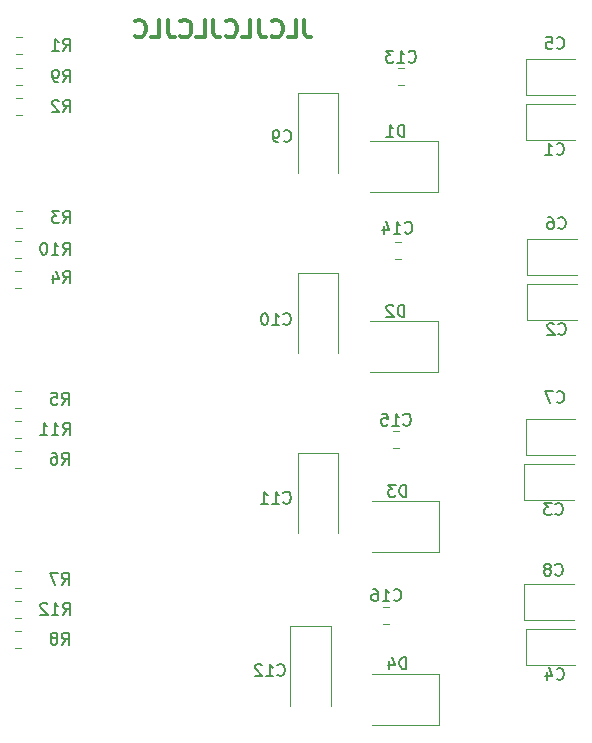
<source format=gbr>
%TF.GenerationSoftware,KiCad,Pcbnew,5.0.0*%
%TF.CreationDate,2018-09-24T19:40:09+02:00*%
%TF.ProjectId,TestDriverV1,5465737444726976657256312E6B6963,Rev 1*%
%TF.SameCoordinates,Original*%
%TF.FileFunction,Legend,Bot*%
%TF.FilePolarity,Positive*%
%FSLAX46Y46*%
G04 Gerber Fmt 4.6, Leading zero omitted, Abs format (unit mm)*
G04 Created by KiCad (PCBNEW 5.0.0) date Mon Sep 24 19:40:09 2018*
%MOMM*%
%LPD*%
G01*
G04 APERTURE LIST*
%ADD10C,0.300000*%
%ADD11C,0.120000*%
%ADD12C,0.150000*%
G04 APERTURE END LIST*
D10*
X93479071Y-101858071D02*
X93479071Y-102929500D01*
X93550500Y-103143785D01*
X93693357Y-103286642D01*
X93907642Y-103358071D01*
X94050500Y-103358071D01*
X92050500Y-103358071D02*
X92764785Y-103358071D01*
X92764785Y-101858071D01*
X90693357Y-103215214D02*
X90764785Y-103286642D01*
X90979071Y-103358071D01*
X91121928Y-103358071D01*
X91336214Y-103286642D01*
X91479071Y-103143785D01*
X91550500Y-103000928D01*
X91621928Y-102715214D01*
X91621928Y-102500928D01*
X91550500Y-102215214D01*
X91479071Y-102072357D01*
X91336214Y-101929500D01*
X91121928Y-101858071D01*
X90979071Y-101858071D01*
X90764785Y-101929500D01*
X90693357Y-102000928D01*
X89621928Y-101858071D02*
X89621928Y-102929500D01*
X89693357Y-103143785D01*
X89836214Y-103286642D01*
X90050500Y-103358071D01*
X90193357Y-103358071D01*
X88193357Y-103358071D02*
X88907642Y-103358071D01*
X88907642Y-101858071D01*
X86836214Y-103215214D02*
X86907642Y-103286642D01*
X87121928Y-103358071D01*
X87264785Y-103358071D01*
X87479071Y-103286642D01*
X87621928Y-103143785D01*
X87693357Y-103000928D01*
X87764785Y-102715214D01*
X87764785Y-102500928D01*
X87693357Y-102215214D01*
X87621928Y-102072357D01*
X87479071Y-101929500D01*
X87264785Y-101858071D01*
X87121928Y-101858071D01*
X86907642Y-101929500D01*
X86836214Y-102000928D01*
X85764785Y-101858071D02*
X85764785Y-102929500D01*
X85836214Y-103143785D01*
X85979071Y-103286642D01*
X86193357Y-103358071D01*
X86336214Y-103358071D01*
X84336214Y-103358071D02*
X85050500Y-103358071D01*
X85050500Y-101858071D01*
X82979071Y-103215214D02*
X83050500Y-103286642D01*
X83264785Y-103358071D01*
X83407642Y-103358071D01*
X83621928Y-103286642D01*
X83764785Y-103143785D01*
X83836214Y-103000928D01*
X83907642Y-102715214D01*
X83907642Y-102500928D01*
X83836214Y-102215214D01*
X83764785Y-102072357D01*
X83621928Y-101929500D01*
X83407642Y-101858071D01*
X83264785Y-101858071D01*
X83050500Y-101929500D01*
X82979071Y-102000928D01*
X81907642Y-101858071D02*
X81907642Y-102929500D01*
X81979071Y-103143785D01*
X82121928Y-103286642D01*
X82336214Y-103358071D01*
X82479071Y-103358071D01*
X80479071Y-103358071D02*
X81193357Y-103358071D01*
X81193357Y-101858071D01*
X79121928Y-103215214D02*
X79193357Y-103286642D01*
X79407642Y-103358071D01*
X79550500Y-103358071D01*
X79764785Y-103286642D01*
X79907642Y-103143785D01*
X79979071Y-103000928D01*
X80050500Y-102715214D01*
X80050500Y-102500928D01*
X79979071Y-102215214D01*
X79907642Y-102072357D01*
X79764785Y-101929500D01*
X79550500Y-101858071D01*
X79407642Y-101858071D01*
X79193357Y-101929500D01*
X79121928Y-102000928D01*
D11*
X112208000Y-108980000D02*
X116418000Y-108980000D01*
X112208000Y-112000000D02*
X112208000Y-108980000D01*
X116418000Y-112000000D02*
X112208000Y-112000000D01*
X112362000Y-124220000D02*
X116572000Y-124220000D01*
X112362000Y-127240000D02*
X112362000Y-124220000D01*
X116572000Y-127240000D02*
X112362000Y-127240000D01*
X112108000Y-139460000D02*
X116318000Y-139460000D01*
X112108000Y-142480000D02*
X112108000Y-139460000D01*
X116318000Y-142480000D02*
X112108000Y-142480000D01*
X112208000Y-153430000D02*
X116418000Y-153430000D01*
X112208000Y-156450000D02*
X112208000Y-153430000D01*
X116418000Y-156450000D02*
X112208000Y-156450000D01*
X116418000Y-108190000D02*
X112208000Y-108190000D01*
X112208000Y-108190000D02*
X112208000Y-105170000D01*
X112208000Y-105170000D02*
X116418000Y-105170000D01*
X116572000Y-123430000D02*
X112362000Y-123430000D01*
X112362000Y-123430000D02*
X112362000Y-120410000D01*
X112362000Y-120410000D02*
X116572000Y-120410000D01*
X116418000Y-138670000D02*
X112208000Y-138670000D01*
X112208000Y-138670000D02*
X112208000Y-135650000D01*
X112208000Y-135650000D02*
X116418000Y-135650000D01*
X116318000Y-152640000D02*
X112108000Y-152640000D01*
X112108000Y-152640000D02*
X112108000Y-149620000D01*
X112108000Y-149620000D02*
X116318000Y-149620000D01*
X92905000Y-114838000D02*
X92905000Y-108078000D01*
X92905000Y-108078000D02*
X96325000Y-108078000D01*
X96325000Y-108078000D02*
X96325000Y-114838000D01*
X96325000Y-123318000D02*
X96325000Y-130078000D01*
X92905000Y-123318000D02*
X96325000Y-123318000D01*
X92905000Y-130078000D02*
X92905000Y-123318000D01*
X96325000Y-138558000D02*
X96325000Y-145318000D01*
X92905000Y-138558000D02*
X96325000Y-138558000D01*
X92905000Y-145318000D02*
X92905000Y-138558000D01*
X92270000Y-159922000D02*
X92270000Y-153162000D01*
X92270000Y-153162000D02*
X95690000Y-153162000D01*
X95690000Y-153162000D02*
X95690000Y-159922000D01*
X101906578Y-107390000D02*
X101389422Y-107390000D01*
X101906578Y-105970000D02*
X101389422Y-105970000D01*
X101652578Y-122122000D02*
X101135422Y-122122000D01*
X101652578Y-120702000D02*
X101135422Y-120702000D01*
X101477578Y-136704000D02*
X100960422Y-136704000D01*
X101477578Y-138124000D02*
X100960422Y-138124000D01*
X100666578Y-151563000D02*
X100149422Y-151563000D01*
X100666578Y-152983000D02*
X100149422Y-152983000D01*
X104760000Y-112150000D02*
X99060000Y-112150000D01*
X104760000Y-116450000D02*
X99060000Y-116450000D01*
X104760000Y-112150000D02*
X104760000Y-116450000D01*
X104760000Y-127390000D02*
X99060000Y-127390000D01*
X104760000Y-131690000D02*
X99060000Y-131690000D01*
X104760000Y-127390000D02*
X104760000Y-131690000D01*
X104905000Y-142630000D02*
X104905000Y-146930000D01*
X104905000Y-146930000D02*
X99205000Y-146930000D01*
X104905000Y-142630000D02*
X99205000Y-142630000D01*
X104905000Y-157235000D02*
X104905000Y-161535000D01*
X104905000Y-161535000D02*
X99205000Y-161535000D01*
X104905000Y-157235000D02*
X99205000Y-157235000D01*
X69034922Y-103303000D02*
X69552078Y-103303000D01*
X69034922Y-104723000D02*
X69552078Y-104723000D01*
X69083422Y-109930000D02*
X69600578Y-109930000D01*
X69083422Y-108510000D02*
X69600578Y-108510000D01*
X69034922Y-119455000D02*
X69552078Y-119455000D01*
X69034922Y-118035000D02*
X69552078Y-118035000D01*
X68956422Y-123115000D02*
X69473578Y-123115000D01*
X68956422Y-124535000D02*
X69473578Y-124535000D01*
X68956422Y-133275000D02*
X69473578Y-133275000D01*
X68956422Y-134695000D02*
X69473578Y-134695000D01*
X68956422Y-138355000D02*
X69473578Y-138355000D01*
X68956422Y-139775000D02*
X69473578Y-139775000D01*
X68956422Y-148515000D02*
X69473578Y-148515000D01*
X68956422Y-149935000D02*
X69473578Y-149935000D01*
X68956422Y-155015000D02*
X69473578Y-155015000D01*
X68956422Y-153595000D02*
X69473578Y-153595000D01*
X69083422Y-105970000D02*
X69600578Y-105970000D01*
X69083422Y-107390000D02*
X69600578Y-107390000D01*
X68956422Y-121995000D02*
X69473578Y-121995000D01*
X68956422Y-120575000D02*
X69473578Y-120575000D01*
X69004922Y-137235000D02*
X69522078Y-137235000D01*
X69004922Y-135815000D02*
X69522078Y-135815000D01*
X68956422Y-152475000D02*
X69473578Y-152475000D01*
X68956422Y-151055000D02*
X69473578Y-151055000D01*
D12*
X114834666Y-113197142D02*
X114882285Y-113244761D01*
X115025142Y-113292380D01*
X115120380Y-113292380D01*
X115263238Y-113244761D01*
X115358476Y-113149523D01*
X115406095Y-113054285D01*
X115453714Y-112863809D01*
X115453714Y-112720952D01*
X115406095Y-112530476D01*
X115358476Y-112435238D01*
X115263238Y-112340000D01*
X115120380Y-112292380D01*
X115025142Y-112292380D01*
X114882285Y-112340000D01*
X114834666Y-112387619D01*
X113882285Y-113292380D02*
X114453714Y-113292380D01*
X114168000Y-113292380D02*
X114168000Y-112292380D01*
X114263238Y-112435238D01*
X114358476Y-112530476D01*
X114453714Y-112578095D01*
X114988666Y-128437142D02*
X115036285Y-128484761D01*
X115179142Y-128532380D01*
X115274380Y-128532380D01*
X115417238Y-128484761D01*
X115512476Y-128389523D01*
X115560095Y-128294285D01*
X115607714Y-128103809D01*
X115607714Y-127960952D01*
X115560095Y-127770476D01*
X115512476Y-127675238D01*
X115417238Y-127580000D01*
X115274380Y-127532380D01*
X115179142Y-127532380D01*
X115036285Y-127580000D01*
X114988666Y-127627619D01*
X114607714Y-127627619D02*
X114560095Y-127580000D01*
X114464857Y-127532380D01*
X114226761Y-127532380D01*
X114131523Y-127580000D01*
X114083904Y-127627619D01*
X114036285Y-127722857D01*
X114036285Y-127818095D01*
X114083904Y-127960952D01*
X114655333Y-128532380D01*
X114036285Y-128532380D01*
X114734666Y-143677142D02*
X114782285Y-143724761D01*
X114925142Y-143772380D01*
X115020380Y-143772380D01*
X115163238Y-143724761D01*
X115258476Y-143629523D01*
X115306095Y-143534285D01*
X115353714Y-143343809D01*
X115353714Y-143200952D01*
X115306095Y-143010476D01*
X115258476Y-142915238D01*
X115163238Y-142820000D01*
X115020380Y-142772380D01*
X114925142Y-142772380D01*
X114782285Y-142820000D01*
X114734666Y-142867619D01*
X114401333Y-142772380D02*
X113782285Y-142772380D01*
X114115619Y-143153333D01*
X113972761Y-143153333D01*
X113877523Y-143200952D01*
X113829904Y-143248571D01*
X113782285Y-143343809D01*
X113782285Y-143581904D01*
X113829904Y-143677142D01*
X113877523Y-143724761D01*
X113972761Y-143772380D01*
X114258476Y-143772380D01*
X114353714Y-143724761D01*
X114401333Y-143677142D01*
X114834666Y-157647142D02*
X114882285Y-157694761D01*
X115025142Y-157742380D01*
X115120380Y-157742380D01*
X115263238Y-157694761D01*
X115358476Y-157599523D01*
X115406095Y-157504285D01*
X115453714Y-157313809D01*
X115453714Y-157170952D01*
X115406095Y-156980476D01*
X115358476Y-156885238D01*
X115263238Y-156790000D01*
X115120380Y-156742380D01*
X115025142Y-156742380D01*
X114882285Y-156790000D01*
X114834666Y-156837619D01*
X113977523Y-157075714D02*
X113977523Y-157742380D01*
X114215619Y-156694761D02*
X114453714Y-157409047D01*
X113834666Y-157409047D01*
X114847666Y-104243142D02*
X114895285Y-104290761D01*
X115038142Y-104338380D01*
X115133380Y-104338380D01*
X115276238Y-104290761D01*
X115371476Y-104195523D01*
X115419095Y-104100285D01*
X115466714Y-103909809D01*
X115466714Y-103766952D01*
X115419095Y-103576476D01*
X115371476Y-103481238D01*
X115276238Y-103386000D01*
X115133380Y-103338380D01*
X115038142Y-103338380D01*
X114895285Y-103386000D01*
X114847666Y-103433619D01*
X113942904Y-103338380D02*
X114419095Y-103338380D01*
X114466714Y-103814571D01*
X114419095Y-103766952D01*
X114323857Y-103719333D01*
X114085761Y-103719333D01*
X113990523Y-103766952D01*
X113942904Y-103814571D01*
X113895285Y-103909809D01*
X113895285Y-104147904D01*
X113942904Y-104243142D01*
X113990523Y-104290761D01*
X114085761Y-104338380D01*
X114323857Y-104338380D01*
X114419095Y-104290761D01*
X114466714Y-104243142D01*
X114974666Y-119483142D02*
X115022285Y-119530761D01*
X115165142Y-119578380D01*
X115260380Y-119578380D01*
X115403238Y-119530761D01*
X115498476Y-119435523D01*
X115546095Y-119340285D01*
X115593714Y-119149809D01*
X115593714Y-119006952D01*
X115546095Y-118816476D01*
X115498476Y-118721238D01*
X115403238Y-118626000D01*
X115260380Y-118578380D01*
X115165142Y-118578380D01*
X115022285Y-118626000D01*
X114974666Y-118673619D01*
X114117523Y-118578380D02*
X114308000Y-118578380D01*
X114403238Y-118626000D01*
X114450857Y-118673619D01*
X114546095Y-118816476D01*
X114593714Y-119006952D01*
X114593714Y-119387904D01*
X114546095Y-119483142D01*
X114498476Y-119530761D01*
X114403238Y-119578380D01*
X114212761Y-119578380D01*
X114117523Y-119530761D01*
X114069904Y-119483142D01*
X114022285Y-119387904D01*
X114022285Y-119149809D01*
X114069904Y-119054571D01*
X114117523Y-119006952D01*
X114212761Y-118959333D01*
X114403238Y-118959333D01*
X114498476Y-119006952D01*
X114546095Y-119054571D01*
X114593714Y-119149809D01*
X114847666Y-134215142D02*
X114895285Y-134262761D01*
X115038142Y-134310380D01*
X115133380Y-134310380D01*
X115276238Y-134262761D01*
X115371476Y-134167523D01*
X115419095Y-134072285D01*
X115466714Y-133881809D01*
X115466714Y-133738952D01*
X115419095Y-133548476D01*
X115371476Y-133453238D01*
X115276238Y-133358000D01*
X115133380Y-133310380D01*
X115038142Y-133310380D01*
X114895285Y-133358000D01*
X114847666Y-133405619D01*
X114514333Y-133310380D02*
X113847666Y-133310380D01*
X114276238Y-134310380D01*
X114720666Y-148820142D02*
X114768285Y-148867761D01*
X114911142Y-148915380D01*
X115006380Y-148915380D01*
X115149238Y-148867761D01*
X115244476Y-148772523D01*
X115292095Y-148677285D01*
X115339714Y-148486809D01*
X115339714Y-148343952D01*
X115292095Y-148153476D01*
X115244476Y-148058238D01*
X115149238Y-147963000D01*
X115006380Y-147915380D01*
X114911142Y-147915380D01*
X114768285Y-147963000D01*
X114720666Y-148010619D01*
X114149238Y-148343952D02*
X114244476Y-148296333D01*
X114292095Y-148248714D01*
X114339714Y-148153476D01*
X114339714Y-148105857D01*
X114292095Y-148010619D01*
X114244476Y-147963000D01*
X114149238Y-147915380D01*
X113958761Y-147915380D01*
X113863523Y-147963000D01*
X113815904Y-148010619D01*
X113768285Y-148105857D01*
X113768285Y-148153476D01*
X113815904Y-148248714D01*
X113863523Y-148296333D01*
X113958761Y-148343952D01*
X114149238Y-148343952D01*
X114244476Y-148391571D01*
X114292095Y-148439190D01*
X114339714Y-148534428D01*
X114339714Y-148724904D01*
X114292095Y-148820142D01*
X114244476Y-148867761D01*
X114149238Y-148915380D01*
X113958761Y-148915380D01*
X113863523Y-148867761D01*
X113815904Y-148820142D01*
X113768285Y-148724904D01*
X113768285Y-148534428D01*
X113815904Y-148439190D01*
X113863523Y-148391571D01*
X113958761Y-148343952D01*
X91733666Y-112117142D02*
X91781285Y-112164761D01*
X91924142Y-112212380D01*
X92019380Y-112212380D01*
X92162238Y-112164761D01*
X92257476Y-112069523D01*
X92305095Y-111974285D01*
X92352714Y-111783809D01*
X92352714Y-111640952D01*
X92305095Y-111450476D01*
X92257476Y-111355238D01*
X92162238Y-111260000D01*
X92019380Y-111212380D01*
X91924142Y-111212380D01*
X91781285Y-111260000D01*
X91733666Y-111307619D01*
X91257476Y-112212380D02*
X91067000Y-112212380D01*
X90971761Y-112164761D01*
X90924142Y-112117142D01*
X90828904Y-111974285D01*
X90781285Y-111783809D01*
X90781285Y-111402857D01*
X90828904Y-111307619D01*
X90876523Y-111260000D01*
X90971761Y-111212380D01*
X91162238Y-111212380D01*
X91257476Y-111260000D01*
X91305095Y-111307619D01*
X91352714Y-111402857D01*
X91352714Y-111640952D01*
X91305095Y-111736190D01*
X91257476Y-111783809D01*
X91162238Y-111831428D01*
X90971761Y-111831428D01*
X90876523Y-111783809D01*
X90828904Y-111736190D01*
X90781285Y-111640952D01*
X91701857Y-127611142D02*
X91749476Y-127658761D01*
X91892333Y-127706380D01*
X91987571Y-127706380D01*
X92130428Y-127658761D01*
X92225666Y-127563523D01*
X92273285Y-127468285D01*
X92320904Y-127277809D01*
X92320904Y-127134952D01*
X92273285Y-126944476D01*
X92225666Y-126849238D01*
X92130428Y-126754000D01*
X91987571Y-126706380D01*
X91892333Y-126706380D01*
X91749476Y-126754000D01*
X91701857Y-126801619D01*
X90749476Y-127706380D02*
X91320904Y-127706380D01*
X91035190Y-127706380D02*
X91035190Y-126706380D01*
X91130428Y-126849238D01*
X91225666Y-126944476D01*
X91320904Y-126992095D01*
X90130428Y-126706380D02*
X90035190Y-126706380D01*
X89939952Y-126754000D01*
X89892333Y-126801619D01*
X89844714Y-126896857D01*
X89797095Y-127087333D01*
X89797095Y-127325428D01*
X89844714Y-127515904D01*
X89892333Y-127611142D01*
X89939952Y-127658761D01*
X90035190Y-127706380D01*
X90130428Y-127706380D01*
X90225666Y-127658761D01*
X90273285Y-127611142D01*
X90320904Y-127515904D01*
X90368523Y-127325428D01*
X90368523Y-127087333D01*
X90320904Y-126896857D01*
X90273285Y-126801619D01*
X90225666Y-126754000D01*
X90130428Y-126706380D01*
X91701857Y-142724142D02*
X91749476Y-142771761D01*
X91892333Y-142819380D01*
X91987571Y-142819380D01*
X92130428Y-142771761D01*
X92225666Y-142676523D01*
X92273285Y-142581285D01*
X92320904Y-142390809D01*
X92320904Y-142247952D01*
X92273285Y-142057476D01*
X92225666Y-141962238D01*
X92130428Y-141867000D01*
X91987571Y-141819380D01*
X91892333Y-141819380D01*
X91749476Y-141867000D01*
X91701857Y-141914619D01*
X90749476Y-142819380D02*
X91320904Y-142819380D01*
X91035190Y-142819380D02*
X91035190Y-141819380D01*
X91130428Y-141962238D01*
X91225666Y-142057476D01*
X91320904Y-142105095D01*
X89797095Y-142819380D02*
X90368523Y-142819380D01*
X90082809Y-142819380D02*
X90082809Y-141819380D01*
X90178047Y-141962238D01*
X90273285Y-142057476D01*
X90368523Y-142105095D01*
X91193857Y-157329142D02*
X91241476Y-157376761D01*
X91384333Y-157424380D01*
X91479571Y-157424380D01*
X91622428Y-157376761D01*
X91717666Y-157281523D01*
X91765285Y-157186285D01*
X91812904Y-156995809D01*
X91812904Y-156852952D01*
X91765285Y-156662476D01*
X91717666Y-156567238D01*
X91622428Y-156472000D01*
X91479571Y-156424380D01*
X91384333Y-156424380D01*
X91241476Y-156472000D01*
X91193857Y-156519619D01*
X90241476Y-157424380D02*
X90812904Y-157424380D01*
X90527190Y-157424380D02*
X90527190Y-156424380D01*
X90622428Y-156567238D01*
X90717666Y-156662476D01*
X90812904Y-156710095D01*
X89860523Y-156519619D02*
X89812904Y-156472000D01*
X89717666Y-156424380D01*
X89479571Y-156424380D01*
X89384333Y-156472000D01*
X89336714Y-156519619D01*
X89289095Y-156614857D01*
X89289095Y-156710095D01*
X89336714Y-156852952D01*
X89908142Y-157424380D01*
X89289095Y-157424380D01*
X102290857Y-105387142D02*
X102338476Y-105434761D01*
X102481333Y-105482380D01*
X102576571Y-105482380D01*
X102719428Y-105434761D01*
X102814666Y-105339523D01*
X102862285Y-105244285D01*
X102909904Y-105053809D01*
X102909904Y-104910952D01*
X102862285Y-104720476D01*
X102814666Y-104625238D01*
X102719428Y-104530000D01*
X102576571Y-104482380D01*
X102481333Y-104482380D01*
X102338476Y-104530000D01*
X102290857Y-104577619D01*
X101338476Y-105482380D02*
X101909904Y-105482380D01*
X101624190Y-105482380D02*
X101624190Y-104482380D01*
X101719428Y-104625238D01*
X101814666Y-104720476D01*
X101909904Y-104768095D01*
X101005142Y-104482380D02*
X100386095Y-104482380D01*
X100719428Y-104863333D01*
X100576571Y-104863333D01*
X100481333Y-104910952D01*
X100433714Y-104958571D01*
X100386095Y-105053809D01*
X100386095Y-105291904D01*
X100433714Y-105387142D01*
X100481333Y-105434761D01*
X100576571Y-105482380D01*
X100862285Y-105482380D01*
X100957523Y-105434761D01*
X101005142Y-105387142D01*
X101988857Y-119864142D02*
X102036476Y-119911761D01*
X102179333Y-119959380D01*
X102274571Y-119959380D01*
X102417428Y-119911761D01*
X102512666Y-119816523D01*
X102560285Y-119721285D01*
X102607904Y-119530809D01*
X102607904Y-119387952D01*
X102560285Y-119197476D01*
X102512666Y-119102238D01*
X102417428Y-119007000D01*
X102274571Y-118959380D01*
X102179333Y-118959380D01*
X102036476Y-119007000D01*
X101988857Y-119054619D01*
X101036476Y-119959380D02*
X101607904Y-119959380D01*
X101322190Y-119959380D02*
X101322190Y-118959380D01*
X101417428Y-119102238D01*
X101512666Y-119197476D01*
X101607904Y-119245095D01*
X100179333Y-119292714D02*
X100179333Y-119959380D01*
X100417428Y-118911761D02*
X100655523Y-119626047D01*
X100036476Y-119626047D01*
X101861857Y-136121142D02*
X101909476Y-136168761D01*
X102052333Y-136216380D01*
X102147571Y-136216380D01*
X102290428Y-136168761D01*
X102385666Y-136073523D01*
X102433285Y-135978285D01*
X102480904Y-135787809D01*
X102480904Y-135644952D01*
X102433285Y-135454476D01*
X102385666Y-135359238D01*
X102290428Y-135264000D01*
X102147571Y-135216380D01*
X102052333Y-135216380D01*
X101909476Y-135264000D01*
X101861857Y-135311619D01*
X100909476Y-136216380D02*
X101480904Y-136216380D01*
X101195190Y-136216380D02*
X101195190Y-135216380D01*
X101290428Y-135359238D01*
X101385666Y-135454476D01*
X101480904Y-135502095D01*
X100004714Y-135216380D02*
X100480904Y-135216380D01*
X100528523Y-135692571D01*
X100480904Y-135644952D01*
X100385666Y-135597333D01*
X100147571Y-135597333D01*
X100052333Y-135644952D01*
X100004714Y-135692571D01*
X99957095Y-135787809D01*
X99957095Y-136025904D01*
X100004714Y-136121142D01*
X100052333Y-136168761D01*
X100147571Y-136216380D01*
X100385666Y-136216380D01*
X100480904Y-136168761D01*
X100528523Y-136121142D01*
X101050857Y-150980142D02*
X101098476Y-151027761D01*
X101241333Y-151075380D01*
X101336571Y-151075380D01*
X101479428Y-151027761D01*
X101574666Y-150932523D01*
X101622285Y-150837285D01*
X101669904Y-150646809D01*
X101669904Y-150503952D01*
X101622285Y-150313476D01*
X101574666Y-150218238D01*
X101479428Y-150123000D01*
X101336571Y-150075380D01*
X101241333Y-150075380D01*
X101098476Y-150123000D01*
X101050857Y-150170619D01*
X100098476Y-151075380D02*
X100669904Y-151075380D01*
X100384190Y-151075380D02*
X100384190Y-150075380D01*
X100479428Y-150218238D01*
X100574666Y-150313476D01*
X100669904Y-150361095D01*
X99241333Y-150075380D02*
X99431809Y-150075380D01*
X99527047Y-150123000D01*
X99574666Y-150170619D01*
X99669904Y-150313476D01*
X99717523Y-150503952D01*
X99717523Y-150884904D01*
X99669904Y-150980142D01*
X99622285Y-151027761D01*
X99527047Y-151075380D01*
X99336571Y-151075380D01*
X99241333Y-151027761D01*
X99193714Y-150980142D01*
X99146095Y-150884904D01*
X99146095Y-150646809D01*
X99193714Y-150551571D01*
X99241333Y-150503952D01*
X99336571Y-150456333D01*
X99527047Y-150456333D01*
X99622285Y-150503952D01*
X99669904Y-150551571D01*
X99717523Y-150646809D01*
X101948095Y-111752380D02*
X101948095Y-110752380D01*
X101710000Y-110752380D01*
X101567142Y-110800000D01*
X101471904Y-110895238D01*
X101424285Y-110990476D01*
X101376666Y-111180952D01*
X101376666Y-111323809D01*
X101424285Y-111514285D01*
X101471904Y-111609523D01*
X101567142Y-111704761D01*
X101710000Y-111752380D01*
X101948095Y-111752380D01*
X100424285Y-111752380D02*
X100995714Y-111752380D01*
X100710000Y-111752380D02*
X100710000Y-110752380D01*
X100805238Y-110895238D01*
X100900476Y-110990476D01*
X100995714Y-111038095D01*
X101948095Y-126992380D02*
X101948095Y-125992380D01*
X101710000Y-125992380D01*
X101567142Y-126040000D01*
X101471904Y-126135238D01*
X101424285Y-126230476D01*
X101376666Y-126420952D01*
X101376666Y-126563809D01*
X101424285Y-126754285D01*
X101471904Y-126849523D01*
X101567142Y-126944761D01*
X101710000Y-126992380D01*
X101948095Y-126992380D01*
X100995714Y-126087619D02*
X100948095Y-126040000D01*
X100852857Y-125992380D01*
X100614761Y-125992380D01*
X100519523Y-126040000D01*
X100471904Y-126087619D01*
X100424285Y-126182857D01*
X100424285Y-126278095D01*
X100471904Y-126420952D01*
X101043333Y-126992380D01*
X100424285Y-126992380D01*
X102093095Y-142232380D02*
X102093095Y-141232380D01*
X101855000Y-141232380D01*
X101712142Y-141280000D01*
X101616904Y-141375238D01*
X101569285Y-141470476D01*
X101521666Y-141660952D01*
X101521666Y-141803809D01*
X101569285Y-141994285D01*
X101616904Y-142089523D01*
X101712142Y-142184761D01*
X101855000Y-142232380D01*
X102093095Y-142232380D01*
X101188333Y-141232380D02*
X100569285Y-141232380D01*
X100902619Y-141613333D01*
X100759761Y-141613333D01*
X100664523Y-141660952D01*
X100616904Y-141708571D01*
X100569285Y-141803809D01*
X100569285Y-142041904D01*
X100616904Y-142137142D01*
X100664523Y-142184761D01*
X100759761Y-142232380D01*
X101045476Y-142232380D01*
X101140714Y-142184761D01*
X101188333Y-142137142D01*
X102093095Y-156837380D02*
X102093095Y-155837380D01*
X101855000Y-155837380D01*
X101712142Y-155885000D01*
X101616904Y-155980238D01*
X101569285Y-156075476D01*
X101521666Y-156265952D01*
X101521666Y-156408809D01*
X101569285Y-156599285D01*
X101616904Y-156694523D01*
X101712142Y-156789761D01*
X101855000Y-156837380D01*
X102093095Y-156837380D01*
X100664523Y-156170714D02*
X100664523Y-156837380D01*
X100902619Y-155789761D02*
X101140714Y-156504047D01*
X100521666Y-156504047D01*
X73064666Y-104465380D02*
X73398000Y-103989190D01*
X73636095Y-104465380D02*
X73636095Y-103465380D01*
X73255142Y-103465380D01*
X73159904Y-103513000D01*
X73112285Y-103560619D01*
X73064666Y-103655857D01*
X73064666Y-103798714D01*
X73112285Y-103893952D01*
X73159904Y-103941571D01*
X73255142Y-103989190D01*
X73636095Y-103989190D01*
X72112285Y-104465380D02*
X72683714Y-104465380D01*
X72398000Y-104465380D02*
X72398000Y-103465380D01*
X72493238Y-103608238D01*
X72588476Y-103703476D01*
X72683714Y-103751095D01*
X73064666Y-109672380D02*
X73398000Y-109196190D01*
X73636095Y-109672380D02*
X73636095Y-108672380D01*
X73255142Y-108672380D01*
X73159904Y-108720000D01*
X73112285Y-108767619D01*
X73064666Y-108862857D01*
X73064666Y-109005714D01*
X73112285Y-109100952D01*
X73159904Y-109148571D01*
X73255142Y-109196190D01*
X73636095Y-109196190D01*
X72683714Y-108767619D02*
X72636095Y-108720000D01*
X72540857Y-108672380D01*
X72302761Y-108672380D01*
X72207523Y-108720000D01*
X72159904Y-108767619D01*
X72112285Y-108862857D01*
X72112285Y-108958095D01*
X72159904Y-109100952D01*
X72731333Y-109672380D01*
X72112285Y-109672380D01*
X73064666Y-119070380D02*
X73398000Y-118594190D01*
X73636095Y-119070380D02*
X73636095Y-118070380D01*
X73255142Y-118070380D01*
X73159904Y-118118000D01*
X73112285Y-118165619D01*
X73064666Y-118260857D01*
X73064666Y-118403714D01*
X73112285Y-118498952D01*
X73159904Y-118546571D01*
X73255142Y-118594190D01*
X73636095Y-118594190D01*
X72731333Y-118070380D02*
X72112285Y-118070380D01*
X72445619Y-118451333D01*
X72302761Y-118451333D01*
X72207523Y-118498952D01*
X72159904Y-118546571D01*
X72112285Y-118641809D01*
X72112285Y-118879904D01*
X72159904Y-118975142D01*
X72207523Y-119022761D01*
X72302761Y-119070380D01*
X72588476Y-119070380D01*
X72683714Y-119022761D01*
X72731333Y-118975142D01*
X73064666Y-124150380D02*
X73398000Y-123674190D01*
X73636095Y-124150380D02*
X73636095Y-123150380D01*
X73255142Y-123150380D01*
X73159904Y-123198000D01*
X73112285Y-123245619D01*
X73064666Y-123340857D01*
X73064666Y-123483714D01*
X73112285Y-123578952D01*
X73159904Y-123626571D01*
X73255142Y-123674190D01*
X73636095Y-123674190D01*
X72207523Y-123483714D02*
X72207523Y-124150380D01*
X72445619Y-123102761D02*
X72683714Y-123817047D01*
X72064666Y-123817047D01*
X72937666Y-134437380D02*
X73271000Y-133961190D01*
X73509095Y-134437380D02*
X73509095Y-133437380D01*
X73128142Y-133437380D01*
X73032904Y-133485000D01*
X72985285Y-133532619D01*
X72937666Y-133627857D01*
X72937666Y-133770714D01*
X72985285Y-133865952D01*
X73032904Y-133913571D01*
X73128142Y-133961190D01*
X73509095Y-133961190D01*
X72032904Y-133437380D02*
X72509095Y-133437380D01*
X72556714Y-133913571D01*
X72509095Y-133865952D01*
X72413857Y-133818333D01*
X72175761Y-133818333D01*
X72080523Y-133865952D01*
X72032904Y-133913571D01*
X71985285Y-134008809D01*
X71985285Y-134246904D01*
X72032904Y-134342142D01*
X72080523Y-134389761D01*
X72175761Y-134437380D01*
X72413857Y-134437380D01*
X72509095Y-134389761D01*
X72556714Y-134342142D01*
X72937666Y-139517380D02*
X73271000Y-139041190D01*
X73509095Y-139517380D02*
X73509095Y-138517380D01*
X73128142Y-138517380D01*
X73032904Y-138565000D01*
X72985285Y-138612619D01*
X72937666Y-138707857D01*
X72937666Y-138850714D01*
X72985285Y-138945952D01*
X73032904Y-138993571D01*
X73128142Y-139041190D01*
X73509095Y-139041190D01*
X72080523Y-138517380D02*
X72271000Y-138517380D01*
X72366238Y-138565000D01*
X72413857Y-138612619D01*
X72509095Y-138755476D01*
X72556714Y-138945952D01*
X72556714Y-139326904D01*
X72509095Y-139422142D01*
X72461476Y-139469761D01*
X72366238Y-139517380D01*
X72175761Y-139517380D01*
X72080523Y-139469761D01*
X72032904Y-139422142D01*
X71985285Y-139326904D01*
X71985285Y-139088809D01*
X72032904Y-138993571D01*
X72080523Y-138945952D01*
X72175761Y-138898333D01*
X72366238Y-138898333D01*
X72461476Y-138945952D01*
X72509095Y-138993571D01*
X72556714Y-139088809D01*
X72937666Y-149677380D02*
X73271000Y-149201190D01*
X73509095Y-149677380D02*
X73509095Y-148677380D01*
X73128142Y-148677380D01*
X73032904Y-148725000D01*
X72985285Y-148772619D01*
X72937666Y-148867857D01*
X72937666Y-149010714D01*
X72985285Y-149105952D01*
X73032904Y-149153571D01*
X73128142Y-149201190D01*
X73509095Y-149201190D01*
X72604333Y-148677380D02*
X71937666Y-148677380D01*
X72366238Y-149677380D01*
X72937666Y-154757380D02*
X73271000Y-154281190D01*
X73509095Y-154757380D02*
X73509095Y-153757380D01*
X73128142Y-153757380D01*
X73032904Y-153805000D01*
X72985285Y-153852619D01*
X72937666Y-153947857D01*
X72937666Y-154090714D01*
X72985285Y-154185952D01*
X73032904Y-154233571D01*
X73128142Y-154281190D01*
X73509095Y-154281190D01*
X72366238Y-154185952D02*
X72461476Y-154138333D01*
X72509095Y-154090714D01*
X72556714Y-153995476D01*
X72556714Y-153947857D01*
X72509095Y-153852619D01*
X72461476Y-153805000D01*
X72366238Y-153757380D01*
X72175761Y-153757380D01*
X72080523Y-153805000D01*
X72032904Y-153852619D01*
X71985285Y-153947857D01*
X71985285Y-153995476D01*
X72032904Y-154090714D01*
X72080523Y-154138333D01*
X72175761Y-154185952D01*
X72366238Y-154185952D01*
X72461476Y-154233571D01*
X72509095Y-154281190D01*
X72556714Y-154376428D01*
X72556714Y-154566904D01*
X72509095Y-154662142D01*
X72461476Y-154709761D01*
X72366238Y-154757380D01*
X72175761Y-154757380D01*
X72080523Y-154709761D01*
X72032904Y-154662142D01*
X71985285Y-154566904D01*
X71985285Y-154376428D01*
X72032904Y-154281190D01*
X72080523Y-154233571D01*
X72175761Y-154185952D01*
X73064666Y-107132380D02*
X73398000Y-106656190D01*
X73636095Y-107132380D02*
X73636095Y-106132380D01*
X73255142Y-106132380D01*
X73159904Y-106180000D01*
X73112285Y-106227619D01*
X73064666Y-106322857D01*
X73064666Y-106465714D01*
X73112285Y-106560952D01*
X73159904Y-106608571D01*
X73255142Y-106656190D01*
X73636095Y-106656190D01*
X72588476Y-107132380D02*
X72398000Y-107132380D01*
X72302761Y-107084761D01*
X72255142Y-107037142D01*
X72159904Y-106894285D01*
X72112285Y-106703809D01*
X72112285Y-106322857D01*
X72159904Y-106227619D01*
X72207523Y-106180000D01*
X72302761Y-106132380D01*
X72493238Y-106132380D01*
X72588476Y-106180000D01*
X72636095Y-106227619D01*
X72683714Y-106322857D01*
X72683714Y-106560952D01*
X72636095Y-106656190D01*
X72588476Y-106703809D01*
X72493238Y-106751428D01*
X72302761Y-106751428D01*
X72207523Y-106703809D01*
X72159904Y-106656190D01*
X72112285Y-106560952D01*
X73032857Y-121737380D02*
X73366190Y-121261190D01*
X73604285Y-121737380D02*
X73604285Y-120737380D01*
X73223333Y-120737380D01*
X73128095Y-120785000D01*
X73080476Y-120832619D01*
X73032857Y-120927857D01*
X73032857Y-121070714D01*
X73080476Y-121165952D01*
X73128095Y-121213571D01*
X73223333Y-121261190D01*
X73604285Y-121261190D01*
X72080476Y-121737380D02*
X72651904Y-121737380D01*
X72366190Y-121737380D02*
X72366190Y-120737380D01*
X72461428Y-120880238D01*
X72556666Y-120975476D01*
X72651904Y-121023095D01*
X71461428Y-120737380D02*
X71366190Y-120737380D01*
X71270952Y-120785000D01*
X71223333Y-120832619D01*
X71175714Y-120927857D01*
X71128095Y-121118333D01*
X71128095Y-121356428D01*
X71175714Y-121546904D01*
X71223333Y-121642142D01*
X71270952Y-121689761D01*
X71366190Y-121737380D01*
X71461428Y-121737380D01*
X71556666Y-121689761D01*
X71604285Y-121642142D01*
X71651904Y-121546904D01*
X71699523Y-121356428D01*
X71699523Y-121118333D01*
X71651904Y-120927857D01*
X71604285Y-120832619D01*
X71556666Y-120785000D01*
X71461428Y-120737380D01*
X73032857Y-136977380D02*
X73366190Y-136501190D01*
X73604285Y-136977380D02*
X73604285Y-135977380D01*
X73223333Y-135977380D01*
X73128095Y-136025000D01*
X73080476Y-136072619D01*
X73032857Y-136167857D01*
X73032857Y-136310714D01*
X73080476Y-136405952D01*
X73128095Y-136453571D01*
X73223333Y-136501190D01*
X73604285Y-136501190D01*
X72080476Y-136977380D02*
X72651904Y-136977380D01*
X72366190Y-136977380D02*
X72366190Y-135977380D01*
X72461428Y-136120238D01*
X72556666Y-136215476D01*
X72651904Y-136263095D01*
X71128095Y-136977380D02*
X71699523Y-136977380D01*
X71413809Y-136977380D02*
X71413809Y-135977380D01*
X71509047Y-136120238D01*
X71604285Y-136215476D01*
X71699523Y-136263095D01*
X73032857Y-152217380D02*
X73366190Y-151741190D01*
X73604285Y-152217380D02*
X73604285Y-151217380D01*
X73223333Y-151217380D01*
X73128095Y-151265000D01*
X73080476Y-151312619D01*
X73032857Y-151407857D01*
X73032857Y-151550714D01*
X73080476Y-151645952D01*
X73128095Y-151693571D01*
X73223333Y-151741190D01*
X73604285Y-151741190D01*
X72080476Y-152217380D02*
X72651904Y-152217380D01*
X72366190Y-152217380D02*
X72366190Y-151217380D01*
X72461428Y-151360238D01*
X72556666Y-151455476D01*
X72651904Y-151503095D01*
X71699523Y-151312619D02*
X71651904Y-151265000D01*
X71556666Y-151217380D01*
X71318571Y-151217380D01*
X71223333Y-151265000D01*
X71175714Y-151312619D01*
X71128095Y-151407857D01*
X71128095Y-151503095D01*
X71175714Y-151645952D01*
X71747142Y-152217380D01*
X71128095Y-152217380D01*
M02*

</source>
